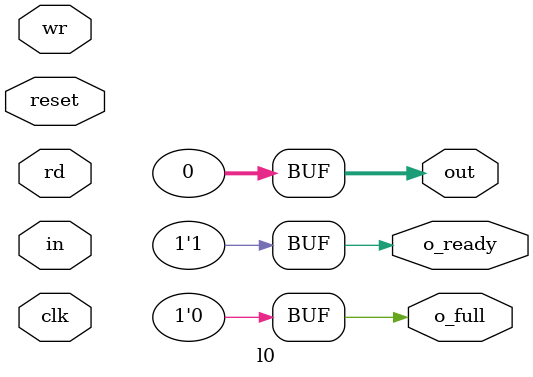
<source format=v>
module l0 (clk, in, out, rd, wr, o_full, reset, o_ready);

  parameter row  = 8;
  parameter bw = 4;

  input  clk;
  input  wr;
  input  rd;
  input  reset;
  input  [row*bw-1:0] in;
  output [row*bw-1:0] out;
  output o_full;
  output o_ready;

  assign out = {row*bw{1'b0}};
  assign o_full = 1'b0;
  assign o_ready = 1'b1;

endmodule
</source>
